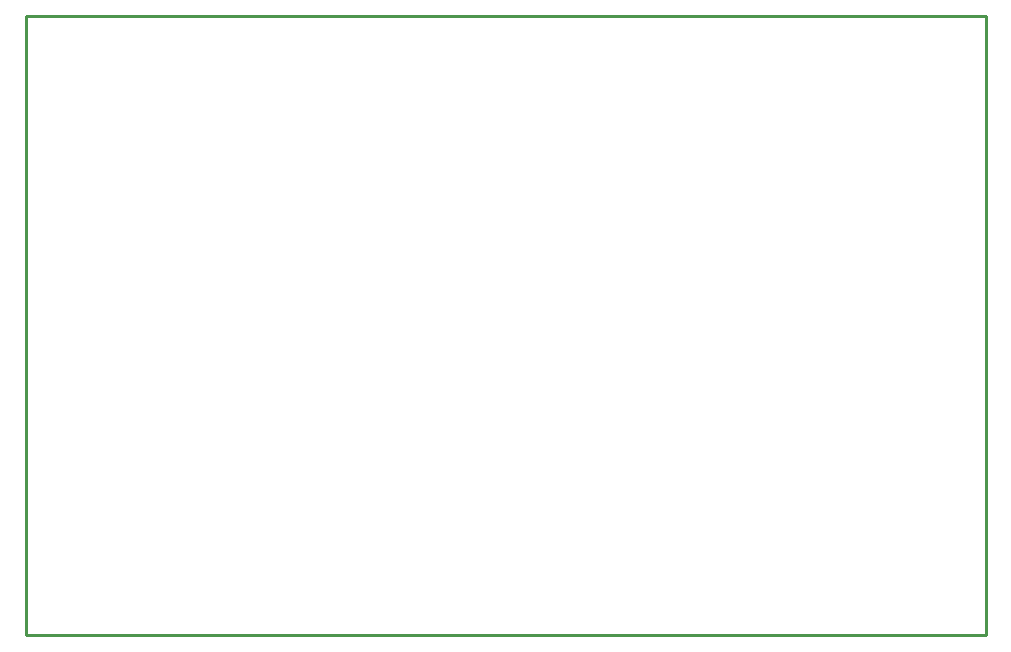
<source format=gko>
G04 Layer_Color=16711935*
%FSLAX25Y25*%
%MOIN*%
G70*
G01*
G75*
%ADD59C,0.01000*%
D59*
X320000Y0D02*
Y206200D01*
X0D02*
X320000D01*
X0Y0D02*
Y206200D01*
Y0D02*
X320000D01*
M02*

</source>
